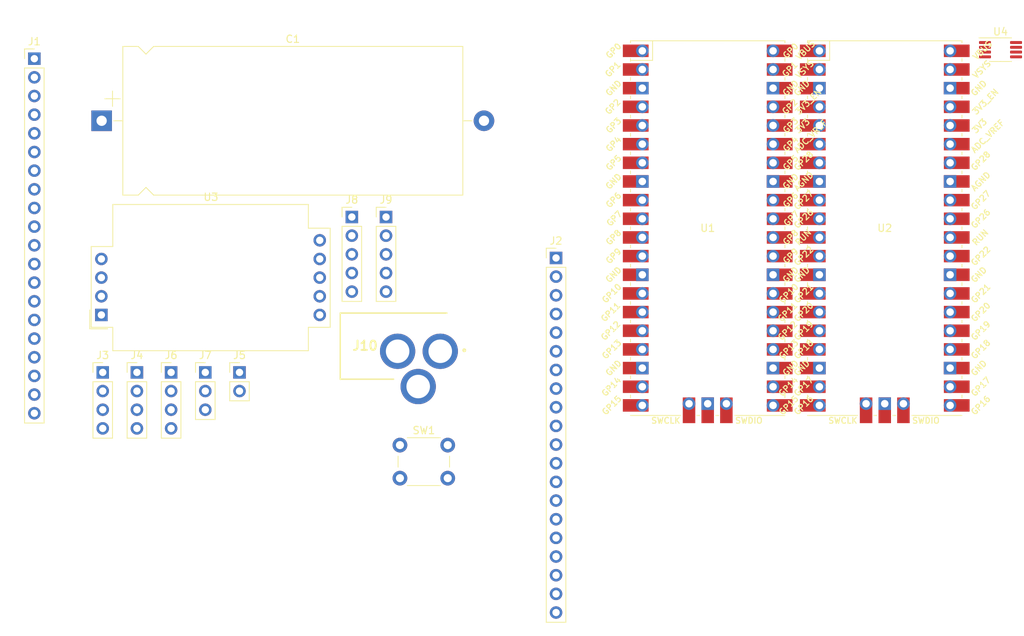
<source format=kicad_pcb>
(kicad_pcb (version 20221018) (generator pcbnew)
  (layers (0 "F.Cu" signal) (31 "B.Cu" signal) (34 "B.Paste" user) (35 "F.Paste" user) (36 "B.SilkS" user "B.Silkscreen") (37 "F.SilkS" user "F.Silkscreen") (38 "B.Mask" user) (39 "F.Mask" user) (44 "Edge.Cuts" user))
  (net 0 "")
  (net 1 "+5V")
  (net 2 "GND")
  (net 3 "PICO_RESET")
  (net 12 "DC_CS{slash}D3")
  (net 13 "D2")
  (net 14 "D1")
  (net 15 "D0")
  (net 16 "SDIO_CMD")
  (net 17 "TP_IRQ")
  (net 18 "TP_CS")
  (net 24 "SDIO_CLK")
  (net 27 "LCD_DC")
  (net 28 "LCD_CS")
  (net 29 "CLK")
  (net 30 "MOSI")
  (net 31 "MISO")
  (net 32 "LCD_BL")
  (net 34 "LCD_RST")
  (net 35 "3.3V")
  (net 36 "HKW581_DIN")
  (net 37 "HKW581_CLK_OUT")
  (net 38 "Net-(J3-Pin_4)")
  (net 39 "HKW581_CLK_IN")
  (net 40 "HKW581_DOUT")
  (net 41 "HKW581_RDY")
  (net 42 "BME280_SCL")
  (net 43 "BME280_SDA")
  (net 44 "Net-(J7-Pin_2)")
  (net 45 "HC12_SET_PIN")
  (net 46 "HC12_TX")
  (net 47 "HC12_RX")
  (net 54 "CO2_PWM")
  (net 56 "CO2_UART_TX")
  (net 57 "CO2_UART_RX")
  (net 59 "PICO_COM_MOSI")
  (net 60 "PICO_COM_MISO")
  (footprint "Connector_PinHeader_2.54mm:PinHeader_1x05_P2.54mm_Vertical" (layer "F.Cu") (at 78.985 65.291)
    (fp_text reference "J9" (at 0 -2.33) (layer "F.SilkS"))
    (fp_text value "Conn_01x05_Pin")
    (pad "1" thru_hole rect (at 0 0) (size 1.7 1.7) (drill 1) (layers "*.Cu" "*.Mask"))
    (pad "2" thru_hole oval (at 0 2.54) (size 1.7 1.7) (drill 1) (layers "*.Cu" "*.Mask"))
    (pad "3" thru_hole oval (at 0 5.08) (size 1.7 1.7) (drill 1) (layers "*.Cu" "*.Mask"))
    (pad "4" thru_hole oval (at 0 7.62) (size 1.7 1.7) (drill 1) (layers "*.Cu" "*.Mask"))
    (pad "5" thru_hole oval (at 0 10.16) (size 1.7 1.7) (drill 1) (layers "*.Cu" "*.Mask"))
  )
  (footprint "Sensor:Senseair_S8_Down" (layer "F.Cu") (at 40.27 78.621)
    (fp_text reference "U3" (at 14.9 -16.04 180) (layer "F.SilkS"))
    (fp_text value "004-0-0013")
    (pad "1" thru_hole rect (at 0 0) (size 1.7 1.7) (drill 1) (layers "*.Cu" "*.Mask") (net 1 "+5V"))
    (pad "2" thru_hole circle (at 0 -2.54) (size 1.7 1.7) (drill 1) (layers "*.Cu" "*.Mask") (net 2 "GND"))
    (pad "3" thru_hole circle (at 0 -5.08) (size 1.7 1.7) (drill 1) (layers "*.Cu" "*.Mask"))
    (pad "4" thru_hole circle (at 0 -7.62) (size 1.7 1.7) (drill 1) (layers "*.Cu" "*.Mask") (net 54 "CO2_PWM"))
    (pad "5" thru_hole circle (at 29.7 -10.16) (size 1.7 1.7) (drill 1) (layers "*.Cu" "*.Mask") (net 44 "Net-(J7-Pin_2)"))
    (pad "6" thru_hole circle (at 29.7 -7.62) (size 1.7 1.7) (drill 1) (layers "*.Cu" "*.Mask"))
    (pad "7" thru_hole circle (at 29.7 -5.08) (size 1.7 1.7) (drill 1) (layers "*.Cu" "*.Mask") (net 56 "CO2_UART_TX"))
    (pad "8" thru_hole circle (at 29.7 -2.54) (size 1.7 1.7) (drill 1) (layers "*.Cu" "*.Mask") (net 57 "CO2_UART_RX"))
    (pad "9" thru_hole circle (at 29.7 0) (size 1.7 1.7) (drill 1) (layers "*.Cu" "*.Mask"))
  )
  (footprint "MCU_RaspberryPi_and_Boards:RPi_Pico_SMD_TH" (layer "F.Cu") (at 146.812 66.802)
    (fp_text reference "U2" (at 0 0) (layer "F.SilkS"))
    (fp_text value "Pico")
    (fp_text user "SWCLK" (at -5.7 26.2) (layer "F.SilkS") (effects (font (size 0.8 0.8))))
    (fp_text user "AGND" (at 13.054 -6.35 45) (layer "F.SilkS") (effects (font (size 0.8 0.8))))
    (fp_text user "GP4" (at -12.8 -11.43 45) (layer "F.SilkS") (effects (font (size 0.8 0.8))))
    (fp_text user "GP20" (at 13.054 11.43 45) (layer "F.SilkS") (effects (font (size 0.8 0.8))))
    (fp_text user "GP26" (at 13.054 -1.27 45) (layer "F.SilkS") (effects (font (size 0.8 0.8))))
    (fp_text user "GP19" (at 13.054 13.97 45) (layer "F.SilkS") (effects (font (size 0.8 0.8))))
    (fp_text user "GP22" (at 13.054 3.81 45) (layer "F.SilkS") (effects (font (size 0.8 0.8))))
    (fp_text user "RUN" (at 13 1.27 45) (layer "F.SilkS") (effects (font (size 0.8 0.8))))
    (fp_text user "GP11" (at -13.2 11.43 45) (layer "F.SilkS") (effects (font (size 0.8 0.8))))
    (fp_text user "3V3" (at 12.9 -13.9 45) (layer "F.SilkS") (effects (font (size 0.8 0.8))))
    (fp_text user "GP5" (at -12.8 -8.89 45) (layer "F.SilkS") (effects (font (size 0.8 0.8))))
    (fp_text user "GND" (at 12.8 19.05 45) (layer "F.SilkS") (effects (font (size 0.8 0.8))))
    (fp_text user "GND" (at -12.8 19.05 45) (layer "F.SilkS") (effects (font (size 0.8 0.8))))
    (fp_text user "GP17" (at 13.054 21.59 45) (layer "F.SilkS") (effects (font (size 0.8 0.8))))
    (fp_text user "GP0" (at -12.8 -24.13 45) (layer "F.SilkS") (effects (font (size 0.8 0.8))))
    (fp_text user "GP7" (at -12.7 -1.3 45) (layer "F.SilkS") (effects (font (size 0.8 0.8))))
    (fp_text user "GP1" (at -12.9 -21.6 45) (layer "F.SilkS") (effects (font (size 0.8 0.8))))
    (fp_text user "GP8" (at -12.8 1.27 45) (layer "F.SilkS") (effects (font (size 0.8 0.8))))
    (fp_text user "VBUS" (at 13.3 -24.2 45) (layer "F.SilkS") (effects (font (size 0.8 0.8))))
    (fp_text user "GND" (at 12.8 6.35 45) (layer "F.SilkS") (effects (font (size 0.8 0.8))))
    (fp_text user "GND" (at -12.8 6.35 45) (layer "F.SilkS") (effects (font (size 0.8 0.8))))
    (fp_text user "GP6" (at -12.8 -3.81 45) (layer "F.SilkS") (effects (font (size 0.8 0.8))))
    (fp_text user "GP3" (at -12.8 -13.97 45) (layer "F.SilkS") (effects (font (size 0.8 0.8))))
    (fp_text user "GND" (at 12.8 -19.05 45) (layer "F.SilkS") (effects (font (size 0.8 0.8))))
    (fp_text user "GP28" (at 13.054 -9.144 45) (layer "F.SilkS") (effects (font (size 0.8 0.8))))
    (fp_text user "GP27" (at 13.054 -3.8 45) (layer "F.SilkS") (effects (font (size 0.8 0.8))))
    (fp_text user "SWDIO" (at 5.6 26.2) (layer "F.SilkS") (effects (font (size 0.8 0.8))))
    (fp_text user "GP18" (at 13.054 16.51 45) (layer "F.SilkS") (effects (font (size 0.8 0.8))))
    (fp_text user "3V3_EN" (at 13.7 -17.2 45) (layer "F.SilkS") (effects (font (size 0.8 0.8))))
    (fp_text user "ADC_VREF" (at 14 -12.5 45) (layer "F.SilkS") (effects (font (size 0.8 0.8))))
    (fp_text user "VSYS" (at 13.2 -21.59 45) (layer "F.SilkS") (effects (font (size 0.8 0.8))))
    (fp_text user "GND" (at -12.8 -6.35 45) (layer "F.SilkS") (effects (font (size 0.8 0.8))))
    (fp_text user "GP10" (at -13.054 8.89 45) (layer "F.SilkS") (effects (font (size 0.8 0.8))))
    (fp_text user "GP13" (at -13.054 16.51 45) (layer "F.SilkS") (effects (font (size 0.8 0.8))))
    (fp_text user "GP21" (at 13.054 8.9 45) (layer "F.SilkS") (effects (font (size 0.8 0.8))))
    (fp_text user "GND" (at -12.8 -19.05 45) (layer "F.SilkS") (effects (font (size 0.8 0.8))))
    (fp_text user "GP2" (at -12.9 -16.51 45) (layer "F.SilkS") (effects (font (size 0.8 0.8))))
    (fp_text user "GP12" (at -13.2 13.97 45) (layer "F.SilkS") (effects (font (size 0.8 0.8))))
    (fp_text user "GP16" (at 13.054 24.13 45) (layer "F.SilkS") (effects (font (size 0.8 0.8))))
    (fp_text user "GP14" (at -13.1 21.59 45) (layer "F.SilkS") (effects (font (size 0.8 0.8))))
    (fp_text user "GP15" (at -13.054 24.13 45) (layer "F.SilkS") (effects (font (size 0.8 0.8))))
    (fp_text user "GP9" (at -12.8 3.81 45) (layer "F.SilkS") (effects (font (size 0.8 0.8))))
    (pad "" np_thru_hole oval (at -2.725 -24) (size 1.8 1.8) (drill 1.8) (layers "*.Cu" "*.Mask"))
    (pad "" np_thru_hole oval (at -2.425 -20.97) (size 1.5 1.5) (drill 1.5) (layers "*.Cu" "*.Mask"))
    (pad "" np_thru_hole oval (at 2.425 -20.97) (size 1.5 1.5) (drill 1.5) (layers "*.Cu" "*.Mask"))
    (pad "" np_thru_hole oval (at 2.725 -24) (size 1.8 1.8) (drill 1.8) (layers "*.Cu" "*.Mask"))
    (pad "1" thru_hole oval (at -8.89 -24.13) (size 1.7 1.7) (drill 1.02) (layers "*.Cu" "*.Mask") (net 60 "PICO_COM_MISO"))
    (pad "1" smd rect (at -8.89 -24.13) (size 3.5 1.7) (drill (offset -0.9 0)) (layers "F.Cu" "F.Mask") (net 60 "PICO_COM_MISO"))
    (pad "2" thru_hole oval (at -8.89 -21.59) (size 1.7 1.7) (drill 1.02) (layers "*.Cu" "*.Mask") (net 59 "PICO_COM_MOSI"))
    (pad "2" smd rect (at -8.89 -21.59) (size 3.5 1.7) (drill (offset -0.9 0)) (layers "F.Cu" "F.Mask") (net 59 "PICO_COM_MOSI"))
    (pad "3" thru_hole rect (at -8.89 -19.05) (size 1.7 1.7) (drill 1.02) (layers "*.Cu" "*.Mask") (net 2 "GND"))
    (pad "3" smd rect (at -8.89 -19.05) (size 3.5 1.7) (drill (offset -0.9 0)) (layers "F.Cu" "F.Mask") (net 2 "GND"))
    (pad "4" thru_hole oval (at -8.89 -16.51) (size 1.7 1.7) (drill 1.02) (layers "*.Cu" "*.Mask"))
    (pad "4" smd rect (at -8.89 -16.51) (size 3.5 1.7) (drill (offset -0.9 0)) (layers "F.Cu" "F.Mask"))
    (pad "5" thru_hole oval (at -8.89 -13.97) (size 1.7 1.7) (drill 1.02) (layers "*.Cu" "*.Mask") (net 45 "HC12_SET_PIN"))
    (pad "5" smd rect (at -8.89 -13.97) (size 3.5 1.7) (drill (offset -0.9 0)) (layers "F.Cu" "F.Mask") (net 45 "HC12_SET_PIN"))
    (pad "6" thru_hole oval (at -8.89 -11.43) (size 1.7 1.7) (drill 1.02) (layers "*.Cu" "*.Mask") (net 43 "BME280_SDA"))
    (pad "6" smd rect (at -8.89 -11.43) (size 3.5 1.7) (drill (offset -0.9 0)) (layers "F.Cu" "F.Mask") (net 43 "BME280_SDA"))
    (pad "7" thru_hole oval (at -8.89 -8.89) (size 1.7 1.7) (drill 1.02) (layers "*.Cu" "*.Mask") (net 42 "BME280_SCL"))
    (pad "7" smd rect (at -8.89 -8.89) (size 3.5 1.7) (drill (offset -0.9 0)) (layers "F.Cu" "F.Mask") (net 42 "BME280_SCL"))
    (pad "8" thru_hole rect (at -8.89 -6.35) (size 1.7 1.7) (drill 1.02) (layers "*.Cu" "*.Mask") (net 2 "GND"))
    (pad "8" smd rect (at -8.89 -6.35) (size 3.5 1.7) (drill (offset -0.9 0)) (layers "F.Cu" "F.Mask") (net 2 "GND"))
    (pad "9" thru_hole oval (at -8.89 -3.81) (size 1.7 1.7) (drill 1.02) (layers "*.Cu" "*.Mask"))
    (pad "9" smd rect (at -8.89 -3.81) (size 3.5 1.7) (drill (offset -0.9 0)) (layers "F.Cu" "F.Mask"))
    (pad "10" thru_hole oval (at -8.89 -1.27) (size 1.7 1.7) (drill 1.02) (layers "*.Cu" "*.Mask"))
    (pad "10" smd rect (at -8.89 -1.27) (size 3.5 1.7) (drill (offset -0.9 0)) (layers "F.Cu" "F.Mask"))
    (pad "11" thru_hole oval (at -8.89 1.27) (size 1.7 1.7) (drill 1.02) (layers "*.Cu" "*.Mask") (net 47 "HC12_RX"))
    (pad "11" smd rect (at -8.89 1.27) (size 3.5 1.7) (drill (offset -0.9 0)) (layers "F.Cu" "F.Mask") (net 47 "HC12_RX"))
    (pad "12" thru_hole oval (at -8.89 3.81) (size 1.7 1.7) (drill 1.02) (layers "*.Cu" "*.Mask") (net 46 "HC12_TX"))
    (pad "12" smd rect (at -8.89 3.81) (size 3.5 1.7) (drill (offset -0.9 0)) (layers "F.Cu" "F.Mask") (net 46 "HC12_TX"))
    (pad "13" thru_hole rect (at -8.89 6.35) (size 1.7 1.7) (drill 1.02) (layers "*.Cu" "*.Mask") (net 2 "GND"))
    (pad "13" smd rect (at -8.89 6.35) (size 3.5 1.7) (drill (offset -0.9 0)) (layers "F.Cu" "F.Mask") (net 2 "GND"))
    (pad "14" thru_hole oval (at -8.89 8.89) (size 1.7 1.7) (drill 1.02) (layers "*.Cu" "*.Mask") (net 56 "CO2_UART_TX"))
    (pad "14" smd rect (at -8.89 8.89) (size 3.5 1.7) (drill (offset -0.9 0)) (layers "F.Cu" "F.Mask") (net 56 "CO2_UART_TX"))
    (pad "15" thru_hole oval (at -8.89 11.43) (size 1.7 1.7) (drill 1.02) (layers "*.Cu" "*.Mask") (net 57 "CO2_UART_RX"))
    (pad "15" smd rect (at -8.89 11.43) (size 3.5 1.7) (drill (offset -0.9 0)) (layers "F.Cu" "F.Mask") (net 57 "CO2_UART_RX"))
    (pad "16" thru_hole oval (at -8.89 13.97) (size 1.7 1.7) (drill 1.02) (layers "*.Cu" "*.Mask"))
    (pad "16" smd rect (at -8.89 13.97) (size 3.5 1.7) (drill (offset -0.9 0)) (layers "F.Cu" "F.Mask"))
    (pad "17" thru_hole oval (at -8.89 16.51) (size 1.7 1.7) (drill 1.02) (layers "*.Cu" "*.Mask"))
    (pad "17" smd rect (at -8.89 16.51) (size 3.5 1.7) (drill (offset -0.9 0)) (layers "F.Cu" "F.Mask"))
    (pad "18" thru_hole rect (at -8.89 19.05) (size 1.7 1.7) (drill 1.02) (layers "*.Cu" "*.Mask") (net 2 "GND"))
    (pad "18" smd rect (at -8.89 19.05) (size 3.5 1.7) (drill (offset -0.9 0)) (layers "F.Cu" "F.Mask") (net 2 "GND"))
    (pad "19" thru_hole oval (at -8.89 21.59) (size 1.7 1.7) (drill 1.02) (layers "*.Cu" "*.Mask"))
    (pad "19" smd rect (at -8.89 21.59) (size 3.5 1.7) (drill (offset -0.9 0)) (layers "F.Cu" "F.Mask"))
    (pad "20" thru_hole oval (at -8.89 24.13) (size 1.7 1.7) (drill 1.02) (layers "*.Cu" "*.Mask") (net 54 "CO2_PWM"))
    (pad "20" smd rect (at -8.89 24.13) (size 3.5 1.7) (drill (offset -0.9 0)) (layers "F.Cu" "F.Mask") (net 54 "CO2_PWM"))
    (pad "21" thru_hole oval (at 8.89 24.13) (size 1.7 1.7) (drill 1.02) (layers "*.Cu" "*.Mask") (net 36 "HKW581_DIN"))
    (pad "21" smd rect (at 8.89 24.13) (size 3.5 1.7) (drill (offset 0.9 0)) (layers "F.Cu" "F.Mask") (net 36 "HKW581_DIN"))
    (pad "22" thru_hole oval (at 8.89 21.59) (size 1.7 1.7) (drill 1.02) (layers "*.Cu" "*.Mask") (net 40 "HKW581_DOUT"))
    (pad "22" smd rect (at 8.89 21.59) (size 3.5 1.7) (drill (offset 0.9 0)) (layers "F.Cu" "F.Mask") (net 40 "HKW581_DOUT"))
    (pad "23" thru_hole rect (at 8.89 19.05) (size 1.7 1.7) (drill 1.02) (layers "*.Cu" "*.Mask") (net 2 "GND"))
    (pad "23" smd rect (at 8.89 19.05) (size 3.5 1.7) (drill (offset 0.9 0)) (layers "F.Cu" "F.Mask") (net 2 "GND"))
    (pad "24" thru_hole oval (at 8.89 16.51) (size 1.7 1.7) (drill 1.02) (layers "*.Cu" "*.Mask") (net 39 "HKW581_CLK_IN"))
    (pad "24" smd rect (at 8.89 16.51) (size 3.5 1.7) (drill (offset 0.9 0)) (layers "F.Cu" "F.Mask") (net 39 "HKW581_CLK_IN"))
    (pad "25" thru_hole oval (at 8.89 13.97) (size 1.7 1.7) (drill 1.02) (layers "*.Cu" "*.Mask") (net 37 "HKW581_CLK_OUT"))
    (pad "25" smd rect (at 8.89 13.97) (size 3.5 1.7) (drill (offset 0.9 0)) (layers "F.Cu" "F.Mask") (net 37 "HKW581_CLK_OUT"))
    (pad "26" thru_hole oval (at 8.89 11.43) (size 1.7 1.7) (drill 1.02) (layers "*.Cu" "*.Mask") (net 41 "HKW581_RDY"))
    (pad "26" smd rect (at 8.89 11.43) (size 3.5 1.7) (drill (offset 0.9 0)) (layers "F.Cu" "F.Mask") (net 41 "HKW581_RDY"))
    (pad "27" thru_hole oval (at 8.89 8.89) (size 1.7 1.7) (drill 1.02) (layers "*.Cu" "*.Mask"))
    (pad "27" smd rect (at 8.89 8.89) (size 3.5 1.7) (drill (offset 0.9 0)) (layers "F.Cu" "F.Mask"))
    (pad "28" thru_hole rect (at 8.89 6.35) (size 1.7 1.7) (drill 1.02) (layers "*.Cu" "*.Mask") (net 2 "GND"))
    (pad "28" smd rect (at 8.89 6.35) (size 3.5 1.7) (drill (offset 0.9 0)) (layers "F.Cu" "F.Mask") (net 2 "GND"))
    (pad "29" thru_hole oval (at 8.89 3.81) (size 1.7 1.7) (drill 1.02) (layers "*.Cu" "*.Mask"))
    (pad "29" smd rect (at 8.89 3.81) (size 3.5 1.7) (drill (offset 0.9 0)) (layers "F.Cu" "F.Mask"))
    (pad "30" thru_hole oval (at 8.89 1.27) (size 1.7 1.7) (drill 1.02) (layers "*.Cu" "*.Mask") (net 3 "PICO_RESET"))
    (pad "30" smd rect (at 8.89 1.27) (size 3.5 1.7) (drill (offset 0.9 0)) (layers "F.Cu" "F.Mask") (net 3 "PICO_RESET"))
    (pad "31" thru_hole oval (at 8.89 -1.27) (size 1.7 1.7) (drill 1.02) (layers "*.Cu" "*.Mask"))
    (pad "31" smd rect (at 8.89 -1.27) (size 3.5 1.7) (drill (offset 0.9 0)) (layers "F.Cu" "F.Mask"))
    (pad "32" thru_hole oval (at 8.89 -3.81) (size 1.7 1.7) (drill 1.02) (layers "*.Cu" "*.Mask"))
    (pad "32" smd rect (at 8.89 -3.81) (size 3.5 1.7) (drill (offset 0.9 0)) (layers "F.Cu" "F.Mask"))
    (pad "33" thru_hole rect (at 8.89 -6.35) (size 1.7 1.7) (drill 1.02) (layers "*.Cu" "*.Mask") (net 2 "GND"))
    (pad "33" smd rect (at 8.89 -6.35) (size 3.5 1.7) (drill (offset 0.9 0)) (layers "F.Cu" "F.Mask") (net 2 "GND"))
    (pad "34" thru_hole oval (at 8.89 -8.89) (size 1.7 1.7) (drill 1.02) (layers "*.Cu" "*.Mask"))
    (pad "34" smd rect (at 8.89 -8.89) (size 3.5 1.7) (drill (offset 0.9 0)) (layers "F.Cu" "F.Mask"))
    (pad "35" thru_hole oval (at 8.89 -11.43) (size 1.7 1.7) (drill 1.02) (layers "*.Cu" "*.Mask"))
    (pad "35" smd rect (at 8.89 -11.43) (size 3.5 1.7) (drill (offset 0.9 0)) (layers "F.Cu" "F.Mask"))
    (pad "36" thru_hole oval (at 8.89 -13.97) (size 1.7 1.7) (drill 1.02) (layers "*.Cu" "*.Mask") (net 35 "3.3V"))
    (pad "36" smd rect (at 8.89 -13.97) (size 3.5 1.7) (drill (offset 0.9 0)) (layers "F.Cu" "F.Mask") (net 35 "3.3V"))
    (pad "37" thru_hole oval (at 8.89 -16.51) (size 1.7 1.7) (drill 1.02) (layers "*.Cu" "*.Mask"))
    (pad "37" smd rect (at 8.89 -16.51) (size 3.5 1.7) (drill (offset 0.9 0)) (layers "F.Cu" "F.Mask"))
    (pad "38" thru_hole rect (at 8.89 -19.05) (size 1.7 1.7) (drill 1.02) (layers "*.Cu" "*.Mask") (net 2 "GND"))
    (pad "38" smd rect (at 8.89 -19.05) (size 3.5 1.7) (drill (offset 0.9 0)) (layers "F.Cu" "F.Mask") (net 2 "GND"))
    (pad "39" thru_hole oval (at 8.89 -21.59) (size 1.7 1.7) (drill 1.02) (layers "*.Cu" "*.Mask") (net 1 "+5V"))
    (pad "39" smd rect (at 8.89 -21.59) (size 3.5 1.7) (drill (offset 0.9 0)) (layers "F.Cu" "F.Mask") (net 1 "+5V"))
    (pad "40" thru_hole oval (at 8.89 -24.13) (size 1.7 1.7) (drill 1.02) (layers "*.Cu" "*.Mask"))
    (pad "40" smd rect (at 8.89 -24.13) (size 3.5 1.7) (drill (offset 0.9 0)) (layers "F.Cu" "F.Mask"))
    (pad "41" thru_hole oval (at -2.54 23.9) (size 1.7 1.7) (drill 1.02) (layers "*.Cu" "*.Mask"))
    (pad "41" smd rect (at -2.54 23.9 90) (size 3.5 1.7) (drill (offset -0.9 0)) (layers "F.Cu" "F.Mask"))
    (pad "42" thru_hole rect (at 0 23.9) (size 1.7 1.7) (drill 1.02) (layers "*.Cu" "*.Mask"))
    (pad "42" smd rect (at 0 23.9 90) (size 3.5 1.7) (drill (offset -0.9 0)) (layers "F.Cu" "F.Mask"))
    (pad "43" thru_hole oval (at 2.54 23.9) (size 1.7 1.7) (drill 1.02) (layers "*.Cu" "*.Mask"))
    (pad "43" smd rect (at 2.54 23.9 90) (size 3.5 1.7) (drill (offset -0.9 0)) (layers "F.Cu" "F.Mask"))
  )
  (footprint "Connector_PinHeader_2.54mm:PinHeader_1x04_P2.54mm_Vertical" (layer "F.Cu") (at 40.455 86.441)
    (fp_text reference "J3" (at 0 -2.33) (layer "F.SilkS"))
    (fp_text value "Conn_01x04_Pin")
    (pad "1" thru_hole rect (at 0 0) (size 1.7 1.7) (drill 1) (layers "*.Cu" "*.Mask") (net 35 "3.3V"))
    (pad "2" thru_hole oval (at 0 2.54) (size 1.7 1.7) (drill 1) (layers "*.Cu" "*.Mask") (net 36 "HKW581_DIN"))
    (pad "3" thru_hole oval (at 0 5.08) (size 1.7 1.7) (drill 1) (layers "*.Cu" "*.Mask") (net 37 "HKW581_CLK_OUT"))
    (pad "4" thru_hole oval (at 0 7.62) (size 1.7 1.7) (drill 1) (layers "*.Cu" "*.Mask") (net 38 "Net-(J3-Pin_4)"))
  )
  (footprint "Button_Switch_THT:SW_PUSH_6mm" (layer "F.Cu") (at 80.876 96.338)
    (fp_text reference "SW1" (at 3.25 -2) (layer "F.SilkS"))
    (fp_text value "SW_Push")
    (pad "1" thru_hole circle (at 0 0 90) (size 2 2) (drill 1.1) (layers "*.Cu" "*.Mask") (net 3 "PICO_RESET"))
    (pad "1" thru_hole circle (at 6.5 0 90) (size 2 2) (drill 1.1) (layers "*.Cu" "*.Mask") (net 3 "PICO_RESET"))
    (pad "2" thru_hole circle (at 0 4.5 90) (size 2 2) (drill 1.1) (layers "*.Cu" "*.Mask") (net 2 "GND"))
    (pad "2" thru_hole circle (at 6.5 4.5 90) (size 2 2) (drill 1.1) (layers "*.Cu" "*.Mask") (net 2 "GND"))
  )
  (footprint "Capacitor_THT:CP_Axial_L46.0mm_D20.0mm_P52.00mm_Horizontal" (layer "F.Cu") (at 40.305 52.191)
    (fp_text reference "C1" (at 26 -11.12) (layer "F.SilkS"))
    (fp_text value "1000u")
    (pad "1" thru_hole rect (at 0 0) (size 2.8 2.8) (drill 1.4) (layers "*.Cu" "*.Mask") (net 1 "+5V"))
    (pad "2" thru_hole oval (at 52 0) (size 2.8 2.8) (drill 1.4) (layers "*.Cu" "*.Mask") (net 2 "GND"))
  )
  (footprint "Connector_PinHeader_2.54mm:PinHeader_1x20_P2.54mm_Vertical" (layer "F.Cu") (at 102.108 70.866)
    (fp_text reference "J2" (at 0 -2.33) (layer "F.SilkS"))
    (fp_text value "Conn_01x20")
    (pad "1" thru_hole rect (at 0 0) (size 1.7 1.7) (drill 1) (layers "*.Cu" "*.Mask"))
    (pad "2" thru_hole oval (at 0 2.54) (size 1.7 1.7) (drill 1) (layers "*.Cu" "*.Mask"))
    (pad "3" thru_hole oval (at 0 5.08) (size 1.7 1.7) (drill 1) (layers "*.Cu" "*.Mask") (net 2 "GND"))
    (pad "4" thru_hole oval (at 0 7.62) (size 1.7 1.7) (drill 1) (layers "*.Cu" "*.Mask"))
    (pad "5" thru_hole oval (at 0 10.16) (size 1.7 1.7) (drill 1) (layers "*.Cu" "*.Mask"))
    (pad "6" thru_hole oval (at 0 12.7) (size 1.7 1.7) (drill 1) (layers "*.Cu" "*.Mask"))
    (pad "7" thru_hole oval (at 0 15.24) (size 1.7 1.7) (drill 1) (layers "*.Cu" "*.Mask") (net 24 "SDIO_CLK"))
    (pad "8" thru_hole oval (at 0 17.78) (size 1.7 1.7) (drill 1) (layers "*.Cu" "*.Mask") (net 2 "GND"))
    (pad "9" thru_hole oval (at 0 20.32) (size 1.7 1.7) (drill 1) (layers "*.Cu" "*.Mask"))
    (pad "10" thru_hole oval (at 0 22.86) (size 1.7 1.7) (drill 1) (layers "*.Cu" "*.Mask"))
    (pad "11" thru_hole oval (at 0 25.4) (size 1.7 1.7) (drill 1) (layers "*.Cu" "*.Mask") (net 27 "LCD_DC"))
    (pad "12" thru_hole oval (at 0 27.94) (size 1.7 1.7) (drill 1) (layers "*.Cu" "*.Mask") (net 28 "LCD_CS"))
    (pad "13" thru_hole oval (at 0 30.48) (size 1.7 1.7) (drill 1) (layers "*.Cu" "*.Mask") (net 2 "GND"))
    (pad "14" thru_hole oval (at 0 33.02) (size 1.7 1.7) (drill 1) (layers "*.Cu" "*.Mask") (net 29 "CLK"))
    (pad "15" thru_hole oval (at 0 35.56) (size 1.7 1.7) (drill 1) (layers "*.Cu" "*.Mask") (net 30 "MOSI"))
    (pad "16" thru_hole oval (at 0 38.1) (size 1.7 1.7) (drill 1) (layers "*.Cu" "*.Mask") (net 31 "MISO"))
    (pad "17" thru_hole oval (at 0 40.64) (size 1.7 1.7) (drill 1) (layers "*.Cu" "*.Mask") (net 32 "LCD_BL"))
    (pad "18" thru_hole oval (at 0 43.18) (size 1.7 1.7) (drill 1) (layers "*.Cu" "*.Mask") (net 2 "GND"))
    (pad "19" thru_hole oval (at 0 45.72) (size 1.7 1.7) (drill 1) (layers "*.Cu" "*.Mask"))
    (pad "20" thru_hole oval (at 0 48.26) (size 1.7 1.7) (drill 1) (layers "*.Cu" "*.Mask") (net 34 "LCD_RST"))
  )
  (footprint "Package_SO:MSOP-8_3x3mm_P0.65mm" (layer "F.Cu") (at 162.557 42.517)
    (fp_text reference "U4" (at 0 -2.45) (layer "F.SilkS"))
    (fp_text value "~")
    (pad "1" smd roundrect (at -2.1125 -0.975) (size 1.625 0.4) (layers "F.Cu" "F.Paste" "F.Mask") (net 35 "3.3V"))
    (pad "2" smd roundrect (at -2.1125 -0.325) (size 1.625 0.4) (layers "F.Cu" "F.Paste" "F.Mask") (net 36 "HKW581_DIN"))
    (pad "3" smd roundrect (at -2.1125 0.325) (size 1.625 0.4) (layers "F.Cu" "F.Paste" "F.Mask") (net 37 "HKW581_CLK_OUT"))
    (pad "4" smd roundrect (at -2.1125 0.975) (size 1.625 0.4) (layers "F.Cu" "F.Paste" "F.Mask") (net 38 "Net-(J3-Pin_4)"))
    (pad "5" smd roundrect (at 2.1125 0.975) (size 1.625 0.4) (layers "F.Cu" "F.Paste" "F.Mask") (net 41 "HKW581_RDY"))
    (pad "6" smd roundrect (at 2.1125 0.325) (size 1.625 0.4) (layers "F.Cu" "F.Paste" "F.Mask") (net 40 "HKW581_DOUT"))
    (pad "7" smd roundrect (at 2.1125 -0.325) (size 1.625 0.4) (layers "F.Cu" "F.Paste" "F.Mask") (net 39 "HKW581_CLK_IN"))
    (pad "8" smd roundrect (at 2.1125 -0.975) (size 1.625 0.4) (layers "F.Cu" "F.Paste" "F.Mask") (net 2 "GND"))
  )
  (footprint "Connector_PinHeader_2.54mm:PinHeader_1x03_P2.54mm_Vertical" (layer "F.Cu") (at 54.405 86.441)
    (fp_text reference "J7" (at 0 -2.33) (layer "F.SilkS"))
    (fp_text value "Conn_01x03_Pin")
    (pad "1" thru_hole rect (at 0 0) (size 1.7 1.7) (drill 1) (layers "*.Cu" "*.Mask") (net 1 "+5V"))
    (pad "2" thru_hole oval (at 0 2.54) (size 1.7 1.7) (drill 1) (layers "*.Cu" "*.Mask") (net 44 "Net-(J7-Pin_2)"))
    (pad "3" thru_hole oval (at 0 5.08) (size 1.7 1.7) (drill 1) (layers "*.Cu" "*.Mask") (net 2 "GND"))
  )
  (footprint "Connector_PinHeader_2.54mm:PinHeader_1x20_P2.54mm_Vertical" (layer "F.Cu") (at 31.155 43.741)
    (fp_text reference "J1" (at 0 -2.33) (layer "F.SilkS"))
    (fp_text value "Conn_01x20")
    (pad "1" thru_hole rect (at 0 0) (size 1.7 1.7) (drill 1) (layers "*.Cu" "*.Mask"))
    (pad "2" thru_hole oval (at 0 2.54) (size 1.7 1.7) (drill 1) (layers "*.Cu" "*.Mask") (net 1 "+5V"))
    (pad "3" thru_hole oval (at 0 5.08) (size 1.7 1.7) (drill 1) (layers "*.Cu" "*.Mask") (net 2 "GND"))
    (pad "4" thru_hole oval (at 0 7.62) (size 1.7 1.7) (drill 1) (layers "*.Cu" "*.Mask"))
    (pad "5" thru_hole oval (at 0 10.16) (size 1.7 1.7) (drill 1) (layers "*.Cu" "*.Mask"))
    (pad "6" thru_hole oval (at 0 12.7) (size 1.7 1.7) (drill 1) (layers "*.Cu" "*.Mask"))
    (pad "7" thru_hole oval (at 0 15.24) (size 1.7 1.7) (drill 1) (layers "*.Cu" "*.Mask"))
    (pad "8" thru_hole oval (at 0 17.78) (size 1.7 1.7) (drill 1) (layers "*.Cu" "*.Mask") (net 2 "GND"))
    (pad "9" thru_hole oval (at 0 20.32) (size 1.7 1.7) (drill 1) (layers "*.Cu" "*.Mask"))
    (pad "10" thru_hole oval (at 0 22.86) (size 1.7 1.7) (drill 1) (layers "*.Cu" "*.Mask"))
    (pad "11" thru_hole oval (at 0 25.4) (size 1.7 1.7) (drill 1) (layers "*.Cu" "*.Mask"))
    (pad "12" thru_hole oval (at 0 27.94) (size 1.7 1.7) (drill 1) (layers "*.Cu" "*.Mask") (net 12 "DC_CS{slash}D3"))
    (pad "13" thru_hole oval (at 0 30.48) (size 1.7 1.7) (drill 1) (layers "*.Cu" "*.Mask") (net 2 "GND"))
    (pad "14" thru_hole oval (at 0 33.02) (size 1.7 1.7) (drill 1) (layers "*.Cu" "*.Mask") (net 13 "D2"))
    (pad "15" thru_hole oval (at 0 35.56) (size 1.7 1.7) (drill 1) (layers "*.Cu" "*.Mask") (net 14 "D1"))
    (pad "16" thru_hole oval (at 0 38.1) (size 1.7 1.7) (drill 1) (layers "*.Cu" "*.Mask") (net 15 "D0"))
    (pad "17" thru_hole oval (at 0 40.64) (size 1.7 1.7) (drill 1) (layers "*.Cu" "*.Mask") (net 16 "SDIO_CMD"))
    (pad "18" thru_hole oval (at 0 43.18) (size 1.7 1.7) (drill 1) (layers "*.Cu" "*.Mask") (net 2 "GND"))
    (pad "19" thru_hole oval (at 0 45.72) (size 1.7 1.7) (drill 1) (layers "*.Cu" "*.Mask") (net 17 "TP_IRQ"))
    (pad "20" thru_hole oval (at 0 48.26) (size 1.7 1.7) (drill 1) (layers "*.Cu" "*.Mask") (net 18 "TP_CS"))
  )
  (footprint "Connector_PinHeader_2.54mm:PinHeader_1x05_P2.54mm_Vertical" (layer "F.Cu") (at 74.335 65.291)
    (fp_text reference "J8" (at 0 -2.33) (layer "F.SilkS"))
    (fp_text value "Conn_01x05_Pin")
    (pad "1" thru_hole rect (at 0 0) (size 1.7 1.7) (drill 1) (layers "*.Cu" "*.Mask") (net 45 "HC12_SET_PIN"))
    (pad "2" thru_hole oval (at 0 2.54) (size 1.7 1.7) (drill 1) (layers "*.Cu" "*.Mask") (net 46 "HC12_TX"))
    (pad "3" thru_hole oval (at 0 5.08) (size 1.7 1.7) (drill 1) (layers "*.Cu" "*.Mask") (net 47 "HC12_RX"))
    (pad "4" thru_hole oval (at 0 7.62) (size 1.7 1.7) (drill 1) (layers "*.Cu" "*.Mask") (net 2 "GND"))
    (pad "5" thru_hole oval (at 0 10.16) (size 1.7 1.7) (drill 1) (layers "*.Cu" "*.Mask") (net 1 "+5V"))
  )
  (footprint "MCU_RaspberryPi_and_Boards:RPi_Pico_SMD_TH" (layer "F.Cu") (at 122.732 66.802)
    (fp_text reference "U1" (at 0 0) (layer "F.SilkS"))
    (fp_text value "Pico W")
    (fp_text user "GP10" (at -13.054 8.89 45) (layer "F.SilkS") (effects (font (size 0.8 0.8))))
    (fp_text user "GP17" (at 13.054 21.59 45) (layer "F.SilkS") (effects (font (size 0.8 0.8))))
    (fp_text user "GP7" (at -12.7 -1.3 45) (layer "F.SilkS") (effects (font (size 0.8 0.8))))
    (fp_text user "GND" (at 12.8 19.05 45) (layer "F.SilkS") (effects (font (size 0.8 0.8))))
    (fp_text user "GP21" (at 13.054 8.9 45) (layer "F.SilkS") (effects (font (size 0.8 0.8))))
    (fp_text user "GND" (at -12.8 -19.05 45) (layer "F.SilkS") (effects (font (size 0.8 0.8))))
    (fp_text user "GP4" (at -12.8 -11.43 45) (layer "F.SilkS") (effects (font (size 0.8 0.8))))
    (fp_text user "RUN" (at 13 1.27 45) (layer "F.SilkS") (effects (font (size 0.8 0.8))))
    (fp_text user "GND" (at 12.8 -19.05 45) (layer "F.SilkS") (effects (font (size 0.8 0.8))))
    (fp_text user "GP5" (at -12.8 -8.89 45) (layer "F.SilkS") (effects (font (size 0.8 0.8))))
    (fp_text user "GP6" (at -12.8 -3.81 45) (layer "F.SilkS") (effects (font (size 0.8 0.8))))
    (fp_text user "GP26" (at 13.054 -1.27 45) (layer "F.SilkS") (effects (font (size 0.8 0.8))))
    (fp_text user "VSYS" (at 13.2 -21.59 45) (layer "F.SilkS") (effects (font (size 0.8 0.8))))
    (fp_text user "GP14" (at -13.1 21.59 45) (layer "F.SilkS") (effects (font (size 0.8 0.8))))
    (fp_text user "GND" (at -12.8 19.05 45) (layer "F.SilkS") (effects (font (size 0.8 0.8))))
    (fp_text user "GP13" (at -13.054 16.51 45) (layer "F.SilkS") (effects (font (size 0.8 0.8))))
    (fp_text user "SWDIO" (at 5.6 26.2) (layer "F.SilkS") (effects (font (size 0.8 0.8))))
    (fp_text user "GND" (at 12.8 6.35 45) (layer "F.SilkS") (effects (font (size 0.8 0.8))))
    (fp_text user "GP15" (at -13.054 24.13 45) (layer "F.SilkS") (effects (font (size 0.8 0.8))))
    (fp_text user "GP8" (at -12.8 1.27 45) (layer "F.SilkS") (effects (font (size 0.8 0.8))))
    (fp_text user "ADC_VREF" (at 14 -12.5 45) (layer "F.SilkS") (effects (font (size 0.8 0.8))))
    (fp_text user "GP28" (at 13.054 -9.144 45) (layer "F.SilkS") (effects (font (size 0.8 0.8))))
    (fp_text user "GP16" (at 13.054 24.13 45) (layer "F.SilkS") (effects (font (size 0.8 0.8))))
    (fp_text user "GP0" (at -12.8 -24.13 45) (layer "F.SilkS") (effects (font (size 0.8 0.8))))
    (fp_text user "SWCLK" (at -5.7 26.2) (layer "F.SilkS") (effects (font (size 0.8 0.8))))
    (fp_text user "VBUS" (at 13.3 -24.2 45) (layer "F.SilkS") (effects (font (size 0.8 0.8))))
    (fp_text user "GP18" (at 13.054 16.51 45) (layer "F.SilkS") (effects (font (size 0.8 0.8))))
    (fp_text user "GP1" (at -12.9 -21.6 45) (layer "F.SilkS") (effects (font (size 0.8 0.8))))
    (fp_text user "GP27" (at 13.054 -3.8 45) (layer "F.SilkS") (effects (font (size 0.8 0.8))))
    (fp_text user "GP11" (at -13.2 11.43 45) (layer "F.SilkS") (effects (font (size 0.8 0.8))))
    (fp_text user "3V3" (at 12.9 -13.9 45) (layer "F.SilkS") (effects (font (size 0.8 0.8))))
    (fp_text user "GP2" (at -12.9 -16.51 45) (layer "F.SilkS") (effects (font (size 0.8 0.8))))
    (fp_text user "GP19" (at 13.054 13.97 45) (layer "F.SilkS") (effects (font (size 0.8 0.8))))
    (fp_text user "GP22" (at 13.054 3.81 45) (layer "F.SilkS") (effects (font (size 0.8 0.8))))
    (fp_text user "3V3_EN" (at 13.7 -17.2 45) (layer "F.SilkS") (effects (font (size 0.8 0.8))))
    (fp_text user "GP3" (at -12.8 -13.97 45) (layer "F.SilkS") (effects (font (size 0.8 0.8))))
    (fp_text user "GP20" (at 13.054 11.43 45) (layer "F.SilkS") (effects (font (size 0.8 0.8))))
    (fp_text user "GND" (at -12.8 -6.35 45) (layer "F.SilkS") (effects (font (size 0.8 0.8))))
    (fp_text user "GP9" (at -12.8 3.81 45) (layer "F.SilkS") (effects (font (size 0.8 0.8))))
    (fp_text user "AGND" (at 13.054 -6.35 45) (layer "F.SilkS") (effects (font (size 0.8 0.8))))
    (fp_text user "GND" (at -12.8 6.35 45) (layer "F.SilkS") (effects (font (size 0.8 0.8))))
    (fp_text user "GP12" (at -13.2 13.97 45) (layer "F.SilkS") (effects (font (size 0.8 0.8))))
    (pad "" np_thru_hole oval (at -2.725 -24) (size 1.8 1.8) (drill 1.8) (layers "*.Cu" "*.Mask"))
    (pad "" np_thru_hole oval (at -2.425 -20.97) (size 1.5 1.5) (drill 1.5) (layers "*.Cu" "*.Mask"))
    (pad "" np_thru_hole oval (at 2.425 -20.97) (size 1.5 1.5) (drill 1.5) (layers "*.Cu" "*.Mask"))
    (pad "" np_thru_hole oval (at 2.725 -24) (size 1.8 1.8) (drill 1.8) (layers "*.Cu" "*.Mask"))
    (pad "1" thru_hole oval (at -8.89 -24.13) (size 1.7 1.7) (drill 1.02) (layers "*.Cu" "*.Mask") (net 59 "PICO_COM_MOSI"))
    (pad "1" smd rect (at -8.89 -24.13) (size 3.5 1.7) (drill (offset -0.9 0)) (layers "F.Cu" "F.Mask") (net 59 "PICO_COM_MOSI"))
    (pad "2" thru_hole oval (at -8.89 -21.59) (size 1.7 1.7) (drill 1.02) (layers "*.Cu" "*.Mask") (net 60 "PICO_COM_MISO"))
    (pad "2" smd rect (at -8.89 -21.59) (size 3.5 1.7) (drill (offset -0.9 0)) (layers "F.Cu" "F.Mask") (net 60 "PICO_COM_MISO"))
    (pad "3" thru_hole rect (at -8.89 -19.05) (size 1.7 1.7) (drill 1.02) (layers "*.Cu" "*.Mask") (net 2 "GND"))
    (pad "3" smd rect (at -8.89 -19.05) (size 3.5 1.7) (drill (offset -0.9 0)) (layers "F.Cu" "F.Mask") (net 2 "GND"))
    (pad "4" thru_hole oval (at -8.89 -16.51) (size 1.7 1.7) (drill 1.02) (layers "*.Cu" "*.Mask"))
    (pad "4" smd rect (at -8.89 -16.51) (size 3.5 1.7) (drill (offset -0.9 0)) (layers "F.Cu" "F.Mask"))
    (pad "5" thru_hole oval (at -8.89 -13.97) (size 1.7 1.7) (drill 1.02) (layers "*.Cu" "*.Mask"))
    (pad "5" smd rect (at -8.89 -13.97) (size 3.5 1.7) (drill (offset -0.9 0)) (layers "F.Cu" "F.Mask"))
    (pad "6" thru_hole oval (at -8.89 -11.43) (size 1.7 1.7) (drill 1.02) (layers "*.Cu" "*.Mask"))
    (pad "6" smd rect (at -8.89 -11.43) (size 3.5 1.7) (drill (offset -0.9 0)) (layers "F.Cu" "F.Mask"))
    (pad "7" thru_hole oval (at -8.89 -8.89) (size 1.7 1.7) (drill 1.02) (layers "*.Cu" "*.Mask") (net 24 "SDIO_CLK"))
    (pad "7" smd rect (at -8.89 -8.89) (size 3.5 1.7) (drill (offset -0.9 0)) (layers "F.Cu" "F.Mask") (net 24 "SDIO_CLK"))
    (pad "8" thru_hole rect (at -8.89 -6.35) (size 1.7 1.7) (drill 1.02) (layers "*.Cu" "*.Mask") (net 2 "GND"))
    (pad "8" smd rect (at -8.89 -6.35) (size 3.5 1.7) (drill (offset -0.9 0)) (layers "F.Cu" "F.Mask") (net 2 "GND"))
    (pad "9" thru_hole oval (at -8.89 -3.81) (size 1.7 1.7) (drill 1.02) (layers "*.Cu" "*.Mask"))
    (pad "9" smd rect (at -8.89 -3.81) (size 3.5 1.7) (drill (offset -0.9 0)) (layers "F.Cu" "F.Mask"))
    (pad "10" thru_hole oval (at -8.89 -1.27) (size 1.7 1.7) (drill 1.02) (layers "*.Cu" "*.Mask"))
    (pad "10" smd rect (at -8.89 -1.27) (size 3.5 1.7) (drill (offset -0.9 0)) (layers "F.Cu" "F.Mask"))
    (pad "11" thru_hole oval (at -8.89 1.27) (size 1.7 1.7) (drill 1.02) (layers "*.Cu" "*.Mask") (net 27 "LCD_DC"))
    (pad "11" smd rect (at -8.89 1.27) (size 3.5 1.7) (drill (offset -0.9 0)) (layers "F.Cu" "F.Mask") (net 27 "LCD_DC"))
    (pad "12" thru_hole oval (at -8.89 3.81) (size 1.7 1.7) (drill 1.02) (layers "*.Cu" "*.Mask") (net 28 "LCD_CS"))
    (pad "12" smd rect (at -8.89 3.81) (size 3.5 1.7) (drill (offset -0.9 0)) (layers "F.Cu" "F.Mask") (net 28 "LCD_CS"))
    (pad "13" thru_hole rect (at -8.89 6.35) (size 1.7 1.7) (drill 1.02) (layers "*.Cu" "*.Mask") (net 2 "GND"))
    (pad "13" smd rect (at -8.89 6.35) (size 3.5 1.7) (drill (offset -0.9 0)) (layers "F.Cu" "F.Mask") (net 2 "GND"))
    (pad "14" thru_hole oval (at -8.89 8.89) (size 1.7 1.7) (drill 1.02) (layers "*.Cu" "*.Mask") (net 29 "CLK"))
    (pad "14" smd rect (at -8.89 8.89) (size 3.5 1.7) (drill (offset -0.9 0)) (layers "F.Cu" "F.Mask") (net 29 "CLK"))
    (pad "15" thru_hole oval (at -8.89 11.43) (size 1.7 1.7) (drill 1.02) (layers "*.Cu" "*.Mask") (net 30 "MOSI"))
    (pad "15" smd rect (at -8.89 11.43) (size 3.5 1.7) (drill (offset -0.9 0)) (layers "F.Cu" "F.Mask") (net 30 "MOSI"))
    (pad "16" thru_hole oval (at -8.89 13.97) (size 1.7 1.7) (drill 1.02) (layers "*.Cu" "*.Mask") (net 31 "MISO"))
    (pad "16" smd rect (at -8.89 13.97) (size 3.5 1.7) (drill (offset -0.9 0)) (layers "F.Cu" "F.Mask") (net 31 "MISO"))
    (pad "17" thru_hole oval (at -8.89 16.51) (size 1.7 1.7) (drill 1.02) (layers "*.Cu" "*.Mask") (net 32 "LCD_BL"))
    (pad "17" smd rect (at -8.89 16.51) (size 3.5 1.7) (drill (offset -0.9 0)) (layers "F.Cu" "F.Mask") (net 32 "LCD_BL"))
    (pad "18" thru_hole rect (at -8.89 19.05) (size 1.7 1.7) (drill 1.02) (layers "*.Cu" "*.Mask") (net 2 "GND"))
    (pad "18" smd rect (at -8.89 19.05) (size 3.5 1.7) (drill (offset -0.9 0)) (layers "F.Cu" "F.Mask") (net 2 "GND"))
    (pad "19" thru_hole oval (at -8.89 21.59) (size 1.7 1.7) (drill 1.02) (layers "*.Cu" "*.Mask"))
    (pad "19" smd rect (at -8.89 21.59) (size 3.5 1.7) (drill (offset -0.9 0)) (layers "F.Cu" "F.Mask"))
    (pad "20" thru_hole oval (at -8.89 24.13) (size 1.7 1.7) (drill 1.02) (layers "*.Cu" "*.Mask") (net 34 "LCD_RST"))
    (pad "20" smd rect (at -8.89 24.13) (size 3.5 1.7) (drill (offset -0.9 0)) (layers "F.Cu" "F.Mask") (net 34 "LCD_RST"))
    (pad "21" thru_hole oval (at 8.89 24.13) (size 1.7 1.7) (drill 1.02) (layers "*.Cu" "*.Mask") (net 18 "TP_CS"))
    (pad "21" smd rect (at 8.89 24.13) (size 3.5 1.7) (drill (offset 0.9 0)) (layers "F.Cu" "F.Mask") (net 18 "TP_CS"))
    (pad "22" thru_hole oval (at 8.89 21.59) (size 1.7 1.7) (drill 1.02) (layers "*.Cu" "*.Mask") (net 17 "TP_IRQ"))
    (pad "22" smd rect (at 8.89 21.59) (size 3.5 1.7) (drill (offset 0.9 0)) (layers "F.Cu" "F.Mask") (net 17 "TP_IRQ"))
    (pad "23" thru_hole rect (at 8.89 19.05) (size 1.7 1.7) (drill 1.02) (layers "*.Cu" "*.Mask") (net 2 "GND"))
    (pad "23" smd rect (at 8.89 19.05) (size 3.5 1.7) (drill (offset 0.9 0)) (layers "F.Cu" "F.Mask") (net 2 "GND"))
    (pad "24" thru_hole oval (at 8.89 16.51) (size 1.7 1.7) (drill 1.02) (layers "*.Cu" "*.Mask") (net 16 "SDIO_CMD"))
    (pad "24" smd rect (at 8.89 16.51) (size 3.5 1.7) (drill (offset 0.9 0)) (layers "F.Cu" "F.Mask") (net 16 "SDIO_CMD"))
    (pad "25" thru_hole oval (at 8.89 13.97) (size 1.7 1.7) (drill 1.02) (layers "*.Cu" "*.Mask") (net 15 "D0"))
    (pad "25" smd rect (at 8.89 13.97) (size 3.5 1.7) (drill (offset 0.9 0)) (layers "F.Cu" "F.Mask") (net 15 "D0"))
    (pad "26" thru_hole oval (at 8.89 11.43) (size 1.7 1.7) (drill 1.02) (layers "*.Cu" "*.Mask") (net 14 "D1"))
    (pad "26" smd rect (at 8.89 11.43) (size 3.5 1.7) (drill (offset 0.9 0)) (layers "F.Cu" "F.Mask") (net 14 "D1"))
    (pad "27" thru_hole oval (at 8.89 8.89) (size 1.7 1.7) (drill 1.02) (layers "*.Cu" "*.Mask") (net 13 "D2"))
    (pad "27" smd rect (at 8.89 8.89) (size 3.5 1.7) (drill (offset 0.9 0)) (layers "F.Cu" "F.Mask") (net 13 "D2"))
    (pad "28" thru_hole rect (at 8.89 6.35) (size 1.7 1.7) (drill 1.02) (layers "*.Cu" "*.Mask") (net 2 "GND"))
    (pad "28" smd rect (at 8.89 6.35) (size 3.5 1.7) (drill (offset 0.9 0)) (layers "F.Cu" "F.Mask") (net 2 "GND"))
    (pad "29" thru_hole oval (at 8.89 3.81) (size 1.7 1.7) (drill 1.02) (layers "*.Cu" "*.Mask") (net 12 "DC_CS{slash}D3"))
    (pad "29" smd rect (at 8.89 3.81) (size 3.5 1.7) (drill (offset 0.9 0)) (layers "F.Cu" "F.Mask") (net 12 "DC_CS{slash}D3"))
    (pad "30" thru_hole oval (at 8.89 1.27) (size 1.7 1.7) (drill 1.02) (layers "*.Cu" "*.Mask") (net 3 "PICO_RESET"))
    (pad "30" smd rect (at 8.89 1.27) (size 3.5 1.7) (drill (offset 0.9 0)) (layers "F.Cu" "F.Mask") (net 3 "PICO_RESET"))
    (pad "31" thru_hole oval (at 8.89 -1.27) (size 1.7 1.7) (drill 1.02) (layers "*.Cu" "*.Mask"))
    (pad "31" smd rect (at 8.89 -1.27) (size 3.5 1.7) (drill (offset 0.9 0)) (layers "F.Cu" "F.Mask"))
    (pad "32" thru_hole oval (at 8.89 -3.81) (size 1.7 1.7) (drill 1.02) (layers "*.Cu" "*.Mask"))
    (pad "32" smd rect (at 8.89 -3.81) (size 3.5 1.7) (drill (offset 0.9 0)) (layers "F.Cu" "F.Mask"))
    (pad "33" thru_hole rect (at 8.89 -6.35) (size 1.7 1.7) (drill 1.02) (layers "*.Cu" "*.Mask") (net 2 "GND"))
    (pad "33" smd rect (at 8.89 -6.35) (size 3.5 1.7) (drill (offset 0.9 0)) (layers "F.Cu" "F.Mask") (net 2 "GND"))
    (pad "34" thru_hole oval (at 8.89 -8.89) (size 1.7 1.7) (drill 1.02) (layers "*.Cu" "*.Mask"))
    (pad "34" smd rect (at 8.89 -8.89) (size 3.5 1.7) (drill (offset 0.9 0)) (layers "F.Cu" "F.Mask"))
    (pad "35" thru_hole oval (at 8.89 -11.43) (size 1.7 1.7) (drill 1.02) (layers "*.Cu" "*.Mask"))
    (pad "35" smd rect (at 8.89 -11.43) (size 3.5 1.7) (drill (offset 0.9 0)) (layers "F.Cu" "F.Mask"))
    (pad "36" thru_hole oval (at 8.89 -13.97) (size 1.7 1.7) (drill 1.02) (layers "*.Cu" "*.Mask"))
    (pad "36" smd rect (at 8.89 -13.97) (size 3.5 1.7) (drill (offset 0.9 0)) (layers "F.Cu" "F.Mask"))
    (pad "37" thru_hole oval (at 8.89 -16.51) (size 1.7 1.7) (drill 1.02) (layers "*.Cu" "*.Mask"))
    (pad "37" smd rect (at 8.89 -16.51) (size 3.5 1.7) (drill (offset 0.9 0)) (layers "F.Cu" "F.Mask"))
    (pad "38" thru_hole rect (at 8.89 -19.05) (size 1.7 1.7) (drill 1.02) (layers "*.Cu" "*.Mask") (net 2 "GND"))
    (pad "38" smd rect (at 8.89 -19.05) (size 3.5 1.7) (drill (offset 0.9 0)) (layers "F.Cu" "F.Mask") (net 2 "GND"))
    (pad "39" thru_hole oval (at 8.89 -21.59) (size 1.7 1.7) (drill 1.02) (layers "*.Cu" "*.Mask") (net 1 "+5V"))
    (pad "39" smd rect (at 8.89 -21.59) (size 3.5 1.7) (drill (offset 0.9 0)) (layers "F.Cu" "F.Mask") (net 1 "+5V"))
    (pad "40" thru_hole oval (at 8.89 -24.13) (size 1.7 1.7) (drill 1.02) (layers "*.Cu" "*.Mask"))
    (pad "40" smd rect (at 8.89 -24.13) (size 3.5 1.7) (drill (offset 0.9 0)) (layers "F.Cu" "F.Mask"))
    (pad "41" thru_hole oval (at -2.54 23.9) (size 1.7 1.7) (drill 1.02) (layers "*.Cu" "*.Mask"))
    (pad "41" smd rect (at -2.54 23.9 90) (size 3.5 1.7) (drill (offset -0.9 0)) (layers "F.Cu" "F.Mask"))
    (pad "42" thru_hole rect (at 0 23.9) (size 1.7 1.7) (drill 1.02) (layers "*.Cu" "*.Mask"))
    (pad "42" smd rect (at 0 23.9 90) (size 3.5 1.7) (drill (offset -0.9 0)) (layers "F.Cu" "F.Mask"))
    (pad "43" thru_hole oval (at 2.54 23.9) (size 1.7 1.7) (drill 1.02) (layers "*.Cu" "*.Mask"))
    (pad "43" smd rect (at 2.54 23.9 90) (size 3.5 1.7) (drill (offset -0.9 0)) (layers "F.Cu" "F.Mask"))
  )
  (footprint "Connector_PinHeader_2.54mm:PinHeader_1x04_P2.54mm_Vertical" (layer "F.Cu") (at 49.755 86.441)
    (fp_text reference "J6" (at 0 -2.33) (layer "F.SilkS"))
    (fp_text value "Conn_01x04_Pin")
    (pad "1" thru_hole rect (at 0 0) (size 1.7 1.7) (drill 1) (layers "*.Cu" "*.Mask") (net 35 "3.3V"))
    (pad "2" thru_hole oval (at 0 2.54) (size 1.7 1.7) (drill 1) (layers "*.Cu" "*.Mask") (net 2 "GND"))
    (pad "3" thru_hole oval (at 0 5.08) (size 1.7 1.7) (drill 1) (layers "*.Cu" "*.Mask") (net 42 "BME280_SCL"))
    (pad "4" thru_hole oval (at 0 7.62) (size 1.7 1.7) (drill 1) (layers "*.Cu" "*.Mask") (net 43 "BME280_SDA"))
  )
  (footprint "Connector_PinHeader_2.54mm:PinHeader_1x02_P2.54mm_Vertical" (layer "F.Cu") (at 59.055 86.441)
    (fp_text reference "J5" (at 0 -2.33) (layer "F.SilkS"))
    (fp_text value "Conn_01x02_Pin")
    (pad "1" thru_hole rect (at 0 0) (size 1.7 1.7) (drill 1) (layers "*.Cu" "*.Mask") (net 38 "Net-(J3-Pin_4)"))
    (pad "2" thru_hole oval (at 0 2.54) (size 1.7 1.7) (drill 1) (layers "*.Cu" "*.Mask") (net 35 "3.3V"))
  )
  (footprint "Connector_PinHeader_2.54mm:PinHeader_1x04_P2.54mm_Vertical" (layer "F.Cu") (at 45.105 86.441)
    (fp_text reference "J4" (at 0 -2.33) (layer "F.SilkS"))
    (fp_text value "Conn_01x04_Pin")
    (pad "1" thru_hole rect (at 0 0) (size 1.7 1.7) (drill 1) (layers "*.Cu" "*.Mask") (net 2 "GND"))
    (pad "2" thru_hole oval (at 0 2.54) (size 1.7 1.7) (drill 1) (layers "*.Cu" "*.Mask") (net 39 "HKW581_CLK_IN"))
    (pad "3" thru_hole oval (at 0 5.08) (size 1.7 1.7) (drill 1) (layers "*.Cu" "*.Mask") (net 40 "HKW581_DOUT"))
    (pad "4" thru_hole oval (at 0 7.62) (size 1.7 1.7) (drill 1) (layers "*.Cu" "*.Mask") (net 41 "HKW581_RDY"))
  )
  (footprint "694106301002:694106301002_1" (layer "F.Cu") (at 72.76 87.366)
    (fp_text reference "J10" (at 3.376 -4.559) (layer "F.SilkS") (effects (font (size 1.27 1.27) (thickness 0.254))))
    (fp_text value "694106301002" hide)
    (pad "1" thru_hole circle (at 13.6 -3.8) (size 4.8 4.8) (drill 3.2) (layers "*.Cu" "*.Mask") (net 1 "+5V"))
    (pad "2" thru_hole circle (at 7.8 -3.8) (size 4.8 4.8) (drill 3.2) (layers "*.Cu" "*.Mask") (net 2 "GND"))
    (pad "3" thru_hole circle (at 10.6 1) (size 4.8 4.8) (drill 3.2) (layers "*.Cu" "*.Mask") (net 2 "GND"))
  )
)
</source>
